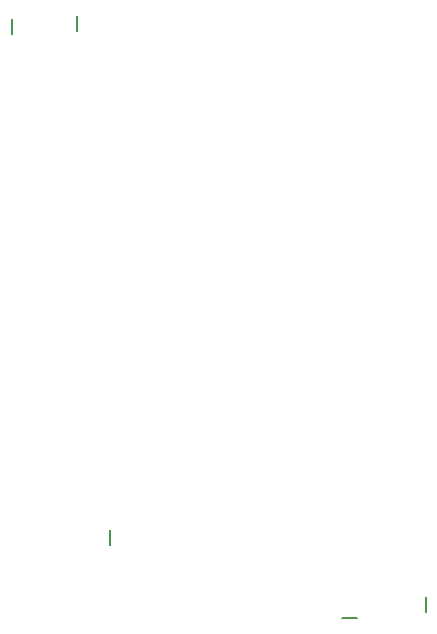
<source format=gbo>
G75*
%MOIN*%
%OFA0B0*%
%FSLAX25Y25*%
%IPPOS*%
%LPD*%
%AMOC8*
5,1,8,0,0,1.08239X$1,22.5*
%
%ADD10C,0.00800*%
D10*
X0053535Y0050193D02*
X0053535Y0055193D01*
X0130941Y0025819D02*
X0135941Y0025819D01*
X0158780Y0027752D02*
X0158780Y0032752D01*
X0042362Y0221374D02*
X0042362Y0226374D01*
X0020661Y0225232D02*
X0020661Y0220232D01*
M02*

</source>
